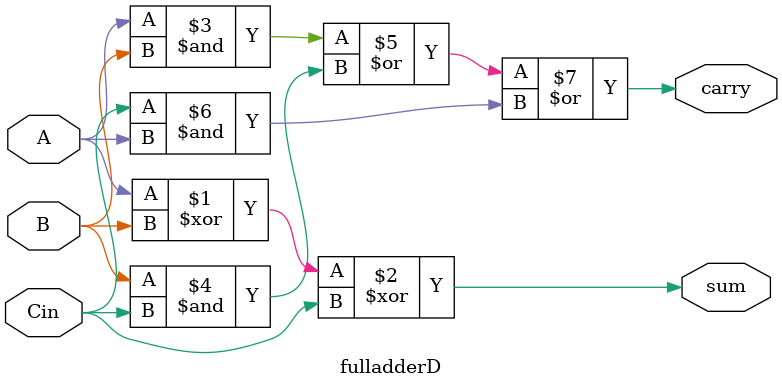
<source format=v>
`timescale 1ns / 1ps
module fulladderD(sum,carry,A,B,Cin
    );
input A,B,Cin;
output sum,carry;
assign sum=A^B^Cin;
assign carry=((A&B)|(B&Cin)|(Cin&A));

endmodule

</source>
